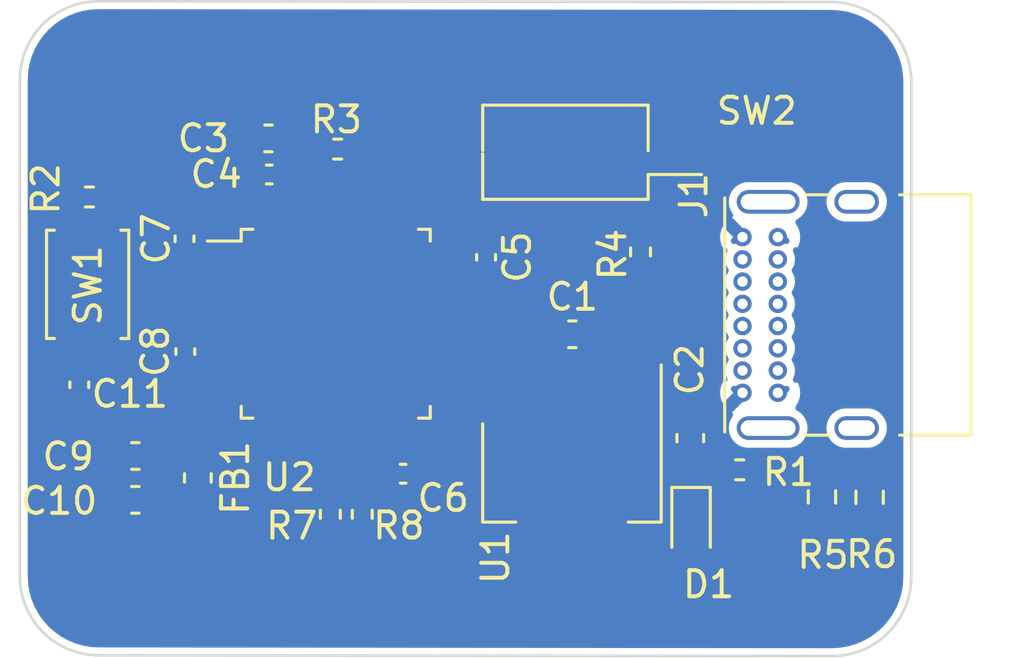
<source format=kicad_pcb>
(kicad_pcb (version 20211014) (generator pcbnew)
  (layers (0 "F.Cu" signal) (31 "B.Cu" signal) (34 "B.Paste" user) (35 "F.Paste" user) (36 "B.SilkS" user "B.Silkscreen") (37 "F.SilkS" user "F.Silkscreen") (38 "B.Mask" user) (39 "F.Mask" user) (44 "Edge.Cuts" user))
  (net 0 "")
  (net 1 "VBUS")
  (net 2 "GND")
  (net 3 "+3V3")
  (net 4 "+3.3VA")
  (net 5 "/NRST")
  (net 6 "/PWR_LED_C")
  (net 7 "Net-(J1-PadA5)")
  (net 8 "/USB_D+")
  (net 9 "/USB_D-")
  (net 11 "Net-(J1-PadB5)")
  (net 14 "Net-(R2-Pad2)")
  (net 15 "Net-(R3-Pad2)")
  (net 23 "/UART_TX")
  (net 24 "/UART_RX")
  (net 25 "/SPI_NSS")
  (net 26 "/SPI_SCK")
  (net 27 "/SPI_MISO")
  (net 28 "/SPI_MOSI")
  (net 32 "/I2C_SCL")
  (net 33 "/I2C_SDA")
  (footprint "Inductor_SMD:L_0603_1608Metric" (layer "F.Cu") (at 57.79 78.22 -90)
    (fp_text reference "FB1" (at 0 -1.43 90) (layer "F.SilkS"))
    (fp_text value "120R")
    (fp_line (start -0.162779 -0.51) (end 0.162779 -0.51) (layer "F.SilkS") (width 0.12))
    (fp_line (start -0.162779 0.51) (end 0.162779 0.51) (layer "F.SilkS") (width 0.12))
    (pad "1" smd roundrect (at -0.7875 0 270) (size 0.875 0.95) (layers "F.Cu" "F.Paste" "F.Mask") (net 4 "+3.3VA"))
    (pad "2" smd roundrect (at 0.7875 0 270) (size 0.875 0.95) (layers "F.Cu" "F.Paste" "F.Mask") (net 3 "+3V3"))
  )
  (footprint "Package_QFP:LQFP-48_7x7mm_P0.5mm" (layer "F.Cu") (at 63.0564 72.3252)
    (fp_text reference "U2" (at -1.7764 5.8748) (layer "F.SilkS"))
    (fp_text value "STM32F103C8T6")
    (fp_line (start 3.61 -3.61) (end 3.61 -3.16) (layer "F.SilkS") (width 0.12))
    (fp_line (start 3.61 3.61) (end 3.61 3.16) (layer "F.SilkS") (width 0.12))
    (fp_line (start -3.16 -3.61) (end -3.61 -3.61) (layer "F.SilkS") (width 0.12))
    (fp_line (start -3.16 3.61) (end -3.61 3.61) (layer "F.SilkS") (width 0.12))
    (fp_line (start 3.16 3.61) (end 3.61 3.61) (layer "F.SilkS") (width 0.12))
    (fp_line (start -3.61 3.61) (end -3.61 3.16) (layer "F.SilkS") (width 0.12))
    (fp_line (start 3.16 -3.61) (end 3.61 -3.61) (layer "F.SilkS") (width 0.12))
    (fp_line (start -3.61 -3.61) (end -3.61 -3.16) (layer "F.SilkS") (width 0.12))
    (fp_line (start -3.61 -3.16) (end -4.9 -3.16) (layer "F.SilkS") (width 0.12))
    (pad "1" smd roundrect (at -4.1625 -2.75) (size 1.475 0.3) (layers "F.Cu" "F.Paste" "F.Mask") (net 3 "+3V3"))
    (pad "2" smd roundrect (at -4.1625 -2.25) (size 1.475 0.3) (layers "F.Cu" "F.Paste" "F.Mask"))
    (pad "3" smd roundrect (at -4.1625 -1.75) (size 1.475 0.3) (layers "F.Cu" "F.Paste" "F.Mask"))
    (pad "4" smd roundrect (at -4.1625 -1.25) (size 1.475 0.3) (layers "F.Cu" "F.Paste" "F.Mask"))
    (pad "5" smd roundrect (at -4.1625 -0.75) (size 1.475 0.3) (layers "F.Cu" "F.Paste" "F.Mask"))
    (pad "6" smd roundrect (at -4.1625 -0.25) (size 1.475 0.3) (layers "F.Cu" "F.Paste" "F.Mask"))
    (pad "7" smd roundrect (at -4.1625 0.25) (size 1.475 0.3) (layers "F.Cu" "F.Paste" "F.Mask") (net 5 "/NRST"))
    (pad "8" smd roundrect (at -4.1625 0.75) (size 1.475 0.3) (layers "F.Cu" "F.Paste" "F.Mask") (net 2 "GND"))
    (pad "9" smd roundrect (at -4.1625 1.25) (size 1.475 0.3) (layers "F.Cu" "F.Paste" "F.Mask") (net 4 "+3.3VA"))
    (pad "10" smd roundrect (at -4.1625 1.75) (size 1.475 0.3) (layers "F.Cu" "F.Paste" "F.Mask"))
    (pad "11" smd roundrect (at -4.1625 2.25) (size 1.475 0.3) (layers "F.Cu" "F.Paste" "F.Mask"))
    (pad "12" smd roundrect (at -4.1625 2.75) (size 1.475 0.3) (layers "F.Cu" "F.Paste" "F.Mask") (net 23 "/UART_TX"))
    (pad "13" smd roundrect (at -2.75 4.1625) (size 0.3 1.475) (layers "F.Cu" "F.Paste" "F.Mask") (net 24 "/UART_RX"))
    (pad "14" smd roundrect (at -2.25 4.1625) (size 0.3 1.475) (layers "F.Cu" "F.Paste" "F.Mask") (net 25 "/SPI_NSS"))
    (pad "15" smd roundrect (at -1.75 4.1625) (size 0.3 1.475) (layers "F.Cu" "F.Paste" "F.Mask") (net 26 "/SPI_SCK"))
    (pad "16" smd roundrect (at -1.25 4.1625) (size 0.3 1.475) (layers "F.Cu" "F.Paste" "F.Mask") (net 27 "/SPI_MISO"))
    (pad "17" smd roundrect (at -0.75 4.1625) (size 0.3 1.475) (layers "F.Cu" "F.Paste" "F.Mask") (net 28 "/SPI_MOSI"))
    (pad "18" smd roundrect (at -0.25 4.1625) (size 0.3 1.475) (layers "F.Cu" "F.Paste" "F.Mask"))
    (pad "19" smd roundrect (at 0.25 4.1625) (size 0.3 1.475) (layers "F.Cu" "F.Paste" "F.Mask"))
    (pad "20" smd roundrect (at 0.75 4.1625) (size 0.3 1.475) (layers "F.Cu" "F.Paste" "F.Mask"))
    (pad "21" smd roundrect (at 1.25 4.1625) (size 0.3 1.475) (layers "F.Cu" "F.Paste" "F.Mask") (net 32 "/I2C_SCL"))
    (pad "22" smd roundrect (at 1.75 4.1625) (size 0.3 1.475) (layers "F.Cu" "F.Paste" "F.Mask") (net 33 "/I2C_SDA"))
    (pad "23" smd roundrect (at 2.25 4.1625) (size 0.3 1.475) (layers "F.Cu" "F.Paste" "F.Mask") (net 2 "GND"))
    (pad "24" smd roundrect (at 2.75 4.1625) (size 0.3 1.475) (layers "F.Cu" "F.Paste" "F.Mask") (net 3 "+3V3"))
    (pad "25" smd roundrect (at 4.1625 2.75) (size 1.475 0.3) (layers "F.Cu" "F.Paste" "F.Mask"))
    (pad "26" smd roundrect (at 4.1625 2.25) (size 1.475 0.3) (layers "F.Cu" "F.Paste" "F.Mask"))
    (pad "27" smd roundrect (at 4.1625 1.75) (size 1.475 0.3) (layers "F.Cu" "F.Paste" "F.Mask"))
    (pad "28" smd roundrect (at 4.1625 1.25) (size 1.475 0.3) (layers "F.Cu" "F.Paste" "F.Mask"))
    (pad "29" smd roundrect (at 4.1625 0.75) (size 1.475 0.3) (layers "F.Cu" "F.Paste" "F.Mask"))
    (pad "30" smd roundrect (at 4.1625 0.25) (size 1.475 0.3) (layers "F.Cu" "F.Paste" "F.Mask"))
    (pad "31" smd roundrect (at 4.1625 -0.25) (size 1.475 0.3) (layers "F.Cu" "F.Paste" "F.Mask"))
    (pad "32" smd roundrect (at 4.1625 -0.75) (size 1.475 0.3) (layers "F.Cu" "F.Paste" "F.Mask") (net 9 "/USB_D-"))
    (pad "33" smd roundrect (at 4.1625 -1.25) (size 1.475 0.3) (layers "F.Cu" "F.Paste" "F.Mask") (net 8 "/USB_D+"))
    (pad "34" smd roundrect (at 4.1625 -1.75) (size 1.475 0.3) (layers "F.Cu" "F.Paste" "F.Mask"))
    (pad "35" smd roundrect (at 4.1625 -2.25) (size 1.475 0.3) (layers "F.Cu" "F.Paste" "F.Mask") (net 2 "GND"))
    (pad "36" smd roundrect (at 4.1625 -2.75) (size 1.475 0.3) (layers "F.Cu" "F.Paste" "F.Mask") (net 3 "+3V3"))
    (pad "37" smd roundrect (at 2.75 -4.1625) (size 0.3 1.475) (layers "F.Cu" "F.Paste" "F.Mask"))
    (pad "38" smd roundrect (at 2.25 -4.1625) (size 0.3 1.475) (layers "F.Cu" "F.Paste" "F.Mask"))
    (pad "39" smd roundrect (at 1.75 -4.1625) (size 0.3 1.475) (layers "F.Cu" "F.Paste" "F.Mask"))
    (pad "40" smd roundrect (at 1.25 -4.1625) (size 0.3 1.475) (layers "F.Cu" "F.Paste" "F.Mask"))
    (pad "41" smd roundrect (at 0.75 -4.1625) (size 0.3 1.475) (layers "F.Cu" "F.Paste" "F.Mask"))
    (pad "42" smd roundrect (at 0.25 -4.1625) (size 0.3 1.475) (layers "F.Cu" "F.Paste" "F.Mask"))
    (pad "43" smd roundrect (at -0.25 -4.1625) (size 0.3 1.475) (layers "F.Cu" "F.Paste" "F.Mask"))
    (pad "44" smd roundrect (at -0.75 -4.1625) (size 0.3 1.475) (layers "F.Cu" "F.Paste" "F.Mask") (net 15 "Net-(R3-Pad2)"))
    (pad "45" smd roundrect (at -1.25 -4.1625) (size 0.3 1.475) (layers "F.Cu" "F.Paste" "F.Mask"))
    (pad "46" smd roundrect (at -1.75 -4.1625) (size 0.3 1.475) (layers "F.Cu" "F.Paste" "F.Mask"))
    (pad "47" smd roundrect (at -2.25 -4.1625) (size 0.3 1.475) (layers "F.Cu" "F.Paste" "F.Mask") (net 2 "GND"))
    (pad "48" smd roundrect (at -2.75 -4.1625) (size 0.3 1.475) (layers "F.Cu" "F.Paste" "F.Mask") (net 3 "+3V3"))
  )
  (footprint "Resistor_SMD:R_0603_1608Metric" (layer "F.Cu") (at 83.45 78.96 90)
    (fp_text reference "R6" (at -2.18 0.08 180) (layer "F.SilkS"))
    (fp_text value "5k1")
    (fp_line (start -0.237258 -0.5225) (end 0.237258 -0.5225) (layer "F.SilkS") (width 0.12))
    (fp_line (start -0.237258 0.5225) (end 0.237258 0.5225) (layer "F.SilkS") (width 0.12))
    (pad "1" smd roundrect (at -0.825 0 90) (size 0.8 0.95) (layers "F.Cu" "F.Paste" "F.Mask") (net 2 "GND"))
    (pad "2" smd roundrect (at 0.825 0 90) (size 0.8 0.95) (layers "F.Cu" "F.Paste" "F.Mask") (net 11 "Net-(J1-PadB5)"))
  )
  (footprint "Capacitor_SMD:C_0603_1608Metric" (layer "F.Cu") (at 55.4024 79.0583 180)
    (fp_text reference "C10" (at 2.915 -0.0436) (layer "F.SilkS"))
    (fp_text value "1u")
    (fp_line (start -0.14058 0.51) (end 0.14058 0.51) (layer "F.SilkS") (width 0.12))
    (fp_line (start -0.14058 -0.51) (end 0.14058 -0.51) (layer "F.SilkS") (width 0.12))
    (pad "1" smd roundrect (at -0.775 0 180) (size 0.9 0.95) (layers "F.Cu" "F.Paste" "F.Mask") (net 3 "+3V3"))
    (pad "2" smd roundrect (at 0.775 0 180) (size 0.9 0.95) (layers "F.Cu" "F.Paste" "F.Mask") (net 2 "GND"))
  )
  (footprint "Capacitor_SMD:C_0402_1005Metric" (layer "F.Cu") (at 65.63 78.06 180)
    (fp_text reference "C6" (at -1.53 -0.93) (layer "F.SilkS"))
    (fp_text value "100n")
    (fp_line (start -0.107836 0.36) (end 0.107836 0.36) (layer "F.SilkS") (width 0.12))
    (fp_line (start -0.107836 -0.36) (end 0.107836 -0.36) (layer "F.SilkS") (width 0.12))
    (pad "1" smd roundrect (at -0.48 0 180) (size 0.56 0.62) (layers "F.Cu" "F.Paste" "F.Mask") (net 3 "+3V3"))
    (pad "2" smd roundrect (at 0.48 0 180) (size 0.56 0.62) (layers "F.Cu" "F.Paste" "F.Mask") (net 2 "GND"))
  )
  (footprint "Connector_USB:USB_C_Receptacle_GCT_USB4085" (layer "F.Cu") (at 78.595 74.965 90)
    (fp_text reference "J1" (at 7.535 -1.865 90) (layer "F.SilkS"))
    (fp_text value "USB_C_Receptacle_USB2.0")
    (fp_line (start -1.5 -0.68) (end 7.45 -0.68) (layer "F.SilkS") (width 0.12))
    (fp_line (start -1.62 8.73) (end 7.57 8.73) (layer "F.SilkS") (width 0.12))
    (fp_line (start -1.62 6) (end -1.62 8.73) (layer "F.SilkS") (width 0.12))
    (fp_line (start 7.57 6) (end 7.57 8.73) (layer "F.SilkS") (width 0.12))
    (fp_line (start 7.57 2.4) (end 7.57 3.3) (layer "F.SilkS") (width 0.12))
    (fp_line (start -1.62 2.4) (end -1.62 3.3) (layer "F.SilkS") (width 0.12))
    (pad "A1" thru_hole circle (at 0 0 90) (size 0.7 0.7) (drill 0.4) (layers *.Cu *.Mask) (net 2 "GND"))
    (pad "A4" thru_hole circle (at 0.85 0 90) (size 0.7 0.7) (drill 0.4) (layers *.Cu *.Mask) (net 1 "VBUS"))
    (pad "A5" thru_hole circle (at 1.7 0 90) (size 0.7 0.7) (drill 0.4) (layers *.Cu *.Mask) (net 7 "Net-(J1-PadA5)"))
    (pad "A6" thru_hole circle (at 2.55 0 90) (size 0.7 0.7) (drill 0.4) (layers *.Cu *.Mask) (net 8 "/USB_D+"))
    (pad "A7" thru_hole circle (at 3.4 0 90) (size 0.7 0.7) (drill 0.4) (layers *.Cu *.Mask) (net 9 "/USB_D-"))
    (pad "A8" thru_hole circle (at 4.25 0 90) (size 0.7 0.7) (drill 0.4) (layers *.Cu *.Mask))
    (pad "A9" thru_hole circle (at 5.1 0 90) (size 0.7 0.7) (drill 0.4) (layers *.Cu *.Mask) (net 1 "VBUS"))
    (pad "A12" thru_hole circle (at 5.95 0 90) (size 0.7 0.7) (drill 0.4) (layers *.Cu *.Mask) (net 2 "GND"))
    (pad "B1" thru_hole circle (at 5.95 1.35 90) (size 0.7 0.7) (drill 0.4) (layers *.Cu *.Mask) (net 2 "GND"))
    (pad "B4" thru_hole circle (at 5.1 1.35 90) (size 0.7 0.7) (drill 0.4) (layers *.Cu *.Mask) (net 1 "VBUS"))
    (pad "B5" thru_hole circle (at 4.25 1.35 90) (size 0.7 0.7) (drill 0.4) (layers *.Cu *.Mask) (net 11 "Net-(J1-PadB5)"))
    (pad "B6" thru_hole circle (at 3.4 1.35 90) (size 0.7 0.7) (drill 0.4) (layers *.Cu *.Mask) (net 8 "/USB_D+"))
    (pad "B7" thru_hole circle (at 2.55 1.35 90) (size 0.7 0.7) (drill 0.4) (layers *.Cu *.Mask) (net 9 "/USB_D-"))
    (pad "B8" thru_hole circle (at 1.7 1.35 90) (size 0.7 0.7) (drill 0.4) (layers *.Cu *.Mask))
    (pad "B9" thru_hole circle (at 0.85 1.35 90) (size 0.7 0.7) (drill 0.4) (layers *.Cu *.Mask) (net 1 "VBUS"))
    (pad "B12" thru_hole circle (at 0 1.35 90) (size 0.7 0.7) (drill 0.4) (layers *.Cu *.Mask) (net 2 "GND"))
    (pad "S1" thru_hole oval (at 7.3 4.36 90) (size 0.9 1.7) (drill oval 0.6 1.4) (layers *.Cu *.Mask))
    (pad "S1" thru_hole oval (at 7.3 0.98 90) (size 0.9 2.4) (drill oval 0.6 2.1) (layers *.Cu *.Mask))
    (pad "S1" thru_hole oval (at -1.35 0.98 90) (size 0.9 2.4) (drill oval 0.6 2.1) (layers *.Cu *.Mask))
    (pad "S1" thru_hole oval (at -1.35 4.36 90) (size 0.9 1.7) (drill oval 0.6 1.4) (layers *.Cu *.Mask))
  )
  (footprint "Capacitor_SMD:C_0402_1005Metric" (layer "F.Cu") (at 60.5164 66.62)
    (fp_text reference "C4" (at -2.0264 -0.01) (layer "F.SilkS"))
    (fp_text value "100n")
    (fp_line (start -0.107836 -0.36) (end 0.107836 -0.36) (layer "F.SilkS") (width 0.12))
    (fp_line (start -0.107836 0.36) (end 0.107836 0.36) (layer "F.SilkS") (width 0.12))
    (pad "1" smd roundrect (at -0.48 0) (size 0.56 0.62) (layers "F.Cu" "F.Paste" "F.Mask") (net 3 "+3V3"))
    (pad "2" smd roundrect (at 0.48 0) (size 0.56 0.62) (layers "F.Cu" "F.Paste" "F.Mask") (net 2 "GND"))
  )
  (footprint "Resistor_SMD:R_0402_1005Metric" (layer "F.Cu") (at 62.85 79.61 -90)
    (fp_text reference "R7" (at 0.4436 1.4732 180) (layer "F.SilkS"))
    (fp_text value "1k5")
    (fp_line (start -0.153641 -0.38) (end 0.153641 -0.38) (layer "F.SilkS") (width 0.12))
    (fp_line (start -0.153641 0.38) (end 0.153641 0.38) (layer "F.SilkS") (width 0.12))
    (pad "1" smd roundrect (at -0.51 0 270) (size 0.54 0.64) (layers "F.Cu" "F.Paste" "F.Mask") (net 32 "/I2C_SCL"))
    (pad "2" smd roundrect (at 0.51 0 270) (size 0.54 0.64) (layers "F.Cu" "F.Paste" "F.Mask") (net 3 "+3V3"))
  )
  (footprint "Resistor_SMD:R_0402_1005Metric" (layer "F.Cu") (at 74.7 69.58 -90)
    (fp_text reference "R4" (at 0.1016 1.0668 -90) (layer "F.SilkS"))
    (fp_text value "1k5")
    (fp_line (start -0.153641 0.38) (end 0.153641 0.38) (layer "F.SilkS") (width 0.12))
    (fp_line (start -0.153641 -0.38) (end 0.153641 -0.38) (layer "F.SilkS") (width 0.12))
    (pad "1" smd roundrect (at -0.51 0 270) (size 0.54 0.64) (layers "F.Cu" "F.Paste" "F.Mask") (net 3 "+3V3"))
    (pad "2" smd roundrect (at 0.51 0 270) (size 0.54 0.64) (layers "F.Cu" "F.Paste" "F.Mask") (net 8 "/USB_D+"))
  )
  (footprint "Capacitor_SMD:C_0603_1608Metric" (layer "F.Cu") (at 76.6 76.7 90)
    (fp_text reference "C2" (at 2.62 -0.02 90) (layer "F.SilkS"))
    (fp_text value "1u")
    (fp_line (start -0.14058 -0.51) (end 0.14058 -0.51) (layer "F.SilkS") (width 0.12))
    (fp_line (start -0.14058 0.51) (end 0.14058 0.51) (layer "F.SilkS") (width 0.12))
    (pad "1" smd roundrect (at -0.775 0 90) (size 0.9 0.95) (layers "F.Cu" "F.Paste" "F.Mask") (net 3 "+3V3"))
    (pad "2" smd roundrect (at 0.775 0 90) (size 0.9 0.95) (layers "F.Cu" "F.Paste" "F.Mask") (net 2 "GND"))
  )
  (footprint "Resistor_SMD:R_0402_1005Metric" (layer "F.Cu") (at 64.0692 79.61 -90)
    (fp_text reference "R8" (at 0.4336 -1.3976) (layer "F.SilkS"))
    (fp_text value "1k5")
    (fp_line (start -0.153641 0.38) (end 0.153641 0.38) (layer "F.SilkS") (width 0.12))
    (fp_line (start -0.153641 -0.38) (end 0.153641 -0.38) (layer "F.SilkS") (width 0.12))
    (pad "1" smd roundrect (at -0.51 0 270) (size 0.54 0.64) (layers "F.Cu" "F.Paste" "F.Mask") (net 33 "/I2C_SDA"))
    (pad "2" smd roundrect (at 0.51 0 270) (size 0.54 0.64) (layers "F.Cu" "F.Paste" "F.Mask") (net 3 "+3V3"))
  )
  (footprint "Resistor_SMD:R_0402_1005Metric" (layer "F.Cu") (at 78.49 77.91 180)
    (fp_text reference "R1" (at -1.86 -0.09) (layer "F.SilkS"))
    (fp_text value "1k5")
    (fp_line (start -0.153641 -0.38) (end 0.153641 -0.38) (layer "F.SilkS") (width 0.12))
    (fp_line (start -0.153641 0.38) (end 0.153641 0.38) (layer "F.SilkS") (width 0.12))
    (pad "1" smd roundrect (at -0.51 0 180) (size 0.54 0.64) (layers "F.Cu" "F.Paste" "F.Mask") (net 2 "GND"))
    (pad "2" smd roundrect (at 0.51 0 180) (size 0.54 0.64) (layers "F.Cu" "F.Paste" "F.Mask") (net 6 "/PWR_LED_C"))
  )
  (footprint "Capacitor_SMD:C_0402_1005Metric" (layer "F.Cu") (at 57.28 69.08 90)
    (fp_text reference "C7" (at 0 -1.0896 90) (layer "F.SilkS"))
    (fp_text value "100n")
    (fp_line (start -0.107836 -0.36) (end 0.107836 -0.36) (layer "F.SilkS") (width 0.12))
    (fp_line (start -0.107836 0.36) (end 0.107836 0.36) (layer "F.SilkS") (width 0.12))
    (pad "1" smd roundrect (at -0.48 0 90) (size 0.56 0.62) (layers "F.Cu" "F.Paste" "F.Mask") (net 3 "+3V3"))
    (pad "2" smd roundrect (at 0.48 0 90) (size 0.56 0.62) (layers "F.Cu" "F.Paste" "F.Mask") (net 2 "GND"))
  )
  (footprint "Package_TO_SOT_SMD:SOT-223-3_TabPin2" (layer "F.Cu") (at 72.08 78 -90)
    (fp_text reference "U1" (at 3.274 2.924 90) (layer "F.SilkS"))
    (fp_text value "TLV1117-33")
    (fp_line (start 1.91 -3.41) (end 1.91 -2.15) (layer "F.SilkS") (width 0.12))
    (fp_line (start -1.85 3.41) (end 1.91 3.41) (layer "F.SilkS") (width 0.12))
    (fp_line (start -4.1 -3.41) (end 1.91 -3.41) (layer "F.SilkS") (width 0.12))
    (fp_line (start 1.91 3.41) (end 1.91 2.15) (layer "F.SilkS") (width 0.12))
    (pad "1" smd rect (at -3.15 -2.3 270) (size 2 1.5) (layers "F.Cu" "F.Paste" "F.Mask") (net 2 "GND"))
    (pad "2" smd rect (at 3.15 0 270) (size 2 3.8) (layers "F.Cu" "F.Paste" "F.Mask") (net 3 "+3V3"))
    (pad "2" smd rect (at -3.15 0 270) (size 2 1.5) (layers "F.Cu" "F.Paste" "F.Mask") (net 3 "+3V3"))
    (pad "3" smd rect (at -3.15 2.3 270) (size 2 1.5) (layers "F.Cu" "F.Paste" "F.Mask") (net 1 "VBUS"))
  )
  (footprint "Capacitor_SMD:C_0603_1608Metric" (layer "F.Cu") (at 60.485 65.24)
    (fp_text reference "C3" (at -2.485 0) (layer "F.SilkS"))
    (fp_text value "10u")
    (fp_line (start -0.14058 0.51) (end 0.14058 0.51) (layer "F.SilkS") (width 0.12))
    (fp_line (start -0.14058 -0.51) (end 0.14058 -0.51) (layer "F.SilkS") (width 0.12))
    (pad "1" smd roundrect (at -0.775 0) (size 0.9 0.95) (layers "F.Cu" "F.Paste" "F.Mask") (net 3 "+3V3"))
    (pad "2" smd roundrect (at 0.775 0) (size 0.9 0.95) (layers "F.Cu" "F.Paste" "F.Mask") (net 2 "GND"))
  )
  (footprint "Capacitor_SMD:C_0402_1005Metric" (layer "F.Cu") (at 68.8 69.7852 -90)
    (fp_text reference "C5" (at -0.0052 -1.1864 -90) (layer "F.SilkS"))
    (fp_text value "100n")
    (fp_line (start -0.107836 -0.36) (end 0.107836 -0.36) (layer "F.SilkS") (width 0.12))
    (fp_line (start -0.107836 0.36) (end 0.107836 0.36) (layer "F.SilkS") (width 0.12))
    (pad "1" smd roundrect (at -0.48 0 270) (size 0.56 0.62) (layers "F.Cu" "F.Paste" "F.Mask") (net 3 "+3V3"))
    (pad "2" smd roundrect (at 0.48 0 270) (size 0.56 0.62) (layers "F.Cu" "F.Paste" "F.Mask") (net 2 "GND"))
  )
  (footprint "Capacitor_SMD:C_0603_1608Metric" (layer "F.Cu") (at 55.4024 77.3819 180)
    (fp_text reference "C9" (at 2.565 -0.02) (layer "F.SilkS"))
    (fp_text value "1u")
    (fp_line (start -0.14058 0.51) (end 0.14058 0.51) (layer "F.SilkS") (width 0.12))
    (fp_line (start -0.14058 -0.51) (end 0.14058 -0.51) (layer "F.SilkS") (width 0.12))
    (pad "1" smd roundrect (at -0.775 0 180) (size 0.9 0.95) (layers "F.Cu" "F.Paste" "F.Mask") (net 4 "+3.3VA"))
    (pad "2" smd roundrect (at 0.775 0 180) (size 0.9 0.95) (layers "F.Cu" "F.Paste" "F.Mask") (net 2 "GND"))
  )
  (footprint "Resistor_SMD:R_0402_1005Metric" (layer "F.Cu") (at 63.13 65.65)
    (fp_text reference "R3" (at -0.05 -1.13 180) (layer "F.SilkS"))
    (fp_text value "10k")
    (fp_line (start -0.153641 0.38) (end 0.153641 0.38) (layer "F.SilkS") (width 0.12))
    (fp_line (start -0.153641 -0.38) (end 0.153641 -0.38) (layer "F.SilkS") (width 0.12))
    (pad "1" smd roundrect (at -0.51 0) (size 0.54 0.64) (layers "F.Cu" "F.Paste" "F.Mask") (net 2 "GND"))
    (pad "2" smd roundrect (at 0.51 0) (size 0.54 0.64) (layers "F.Cu" "F.Paste" "F.Mask") (net 15 "Net-(R3-Pad2)"))
  )
  (footprint "Capacitor_SMD:C_0603_1608Metric" (layer "F.Cu") (at 72.095 72.73)
    (fp_text reference "C1" (at 0 -1.43) (layer "F.SilkS"))
    (fp_text value "1u")
    (fp_line (start -0.14058 0.51) (end 0.14058 0.51) (layer "F.SilkS") (width 0.12))
    (fp_line (start -0.14058 -0.51) (end 0.14058 -0.51) (layer "F.SilkS") (width 0.12))
    (pad "1" smd roundrect (at -0.775 0) (size 0.9 0.95) (layers "F.Cu" "F.Paste" "F.Mask") (net 1 "VBUS"))
    (pad "2" smd roundrect (at 0.775 0) (size 0.9 0.95) (layers "F.Cu" "F.Paste" "F.Mask") (net 2 "GND"))
  )
  (footprint "LED_SMD:LED_0603_1608Metric" (layer "F.Cu") (at 76.63 80.07 -90)
    (fp_text reference "D1" (at 2.22 -0.67) (layer "F.SilkS"))
    (fp_text value "LED")
    (fp_line (start -1.485 -0.735) (end -1.485 0.735) (layer "F.SilkS") (width 0.12))
    (fp_line (start -1.485 0.735) (end 0.8 0.735) (layer "F.SilkS") (width 0.12))
    (fp_line (start 0.8 -0.735) (end -1.485 -0.735) (layer "F.SilkS") (width 0.12))
    (pad "1" smd roundrect (at -0.7875 0 270) (size 0.875 0.95) (layers "F.Cu" "F.Paste" "F.Mask") (net 6 "/PWR_LED_C"))
    (pad "2" smd roundrect (at 0.7875 0 270) (size 0.875 0.95) (layers "F.Cu" "F.Paste" "F.Mask") (net 3 "+3V3"))
  )
  (footprint "Resistor_SMD:R_0402_1005Metric" (layer "F.Cu") (at 53.65 67.48 180)
    (fp_text reference "R2" (at 1.67 0.31 90) (layer "F.SilkS"))
    (fp_text value "100k")
    (fp_line (start -0.153641 0.38) (end 0.153641 0.38) (layer "F.SilkS") (width 0.12))
    (fp_line (start -0.153641 -0.38) (end 0.153641 -0.38) (layer "F.SilkS") (width 0.12))
    (pad "1" smd roundrect (at -0.51 0 180) (size 0.54 0.64) (layers "F.Cu" "F.Paste" "F.Mask") (net 3 "+3V3"))
    (pad "2" smd roundrect (at 0.51 0 180) (size 0.54 0.64) (layers "F.Cu" "F.Paste" "F.Mask") (net 14 "Net-(R2-Pad2)"))
  )
  (footprint "Button_Switch_SMD:SW_DIP_SPSTx01_Slide_Omron_A6S-110x_W8.9mm_P2.54mm" (layer "F.Cu") (at 71.83 65.77 180)
    (fp_text reference "SW2" (at -7.31 1.58) (layer "F.SilkS"))
    (fp_text value "SW_Push")
    (fp_line (start -3.16 -1.8) (end -3.16 -0.851) (layer "F.SilkS") (width 0.12))
    (fp_line (start -3.16 0.061) (end -3.16 1.8) (layer "F.SilkS") (width 0.12))
    (fp_line (start 3.16 -1.8) (end 3.16 -0.061) (layer "F.SilkS") (width 0.12))
    (fp_line (start -3.16 -1.8) (end 3.16 -1.8) (layer "F.SilkS") (width 0.12))
    (fp_line (start -3.16 1.8) (end 3.16 1.8) (layer "F.SilkS") (width 0.12))
    (fp_line (start -5.2 -0.851) (end -3.16 -0.851) (layer "F.SilkS") (width 0.12))
    (fp_line (start 3.16 0.061) (end 3.16 1.8) (layer "F.SilkS") (width 0.12))
    (pad "1" smd rect (at -4.45 0 180) (size 1.5 1.1) (layers "F.Cu" "F.Paste" "F.Mask") (net 3 "+3V3"))
    (pad "2" smd rect (at 4.45 0 180) (size 1.5 1.1) (layers "F.Cu" "F.Paste" "F.Mask") (net 15 "Net-(R3-Pad2)"))
  )
  (footprint "Capacitor_SMD:C_0402_1005Metric" (layer "F.Cu") (at 53.26 74.66 -90)
    (fp_text reference "C11" (at 0.35 -1.93 180) (layer "F.SilkS"))
    (fp_text value "100n")
    (fp_line (start -0.107836 0.36) (end 0.107836 0.36) (layer "F.SilkS") (width 0.12))
    (fp_line (start -0.107836 -0.36) (end 0.107836 -0.36) (layer "F.SilkS") (width 0.12))
    (pad "1" smd roundrect (at -0.48 0 270) (size 0.56 0.62) (layers "F.Cu" "F.Paste" "F.Mask") (net 5 "/NRST"))
    (pad "2" smd roundrect (at 0.48 0 270) (size 0.56 0.62) (layers "F.Cu" "F.Paste" "F.Mask") (net 2 "GND"))
  )
  (footprint "Capacitor_SMD:C_0402_1005Metric" (layer "F.Cu") (at 57.31 73.39 90)
    (fp_text reference "C8" (at 0.01 -1.15 270) (layer "F.SilkS"))
    (fp_text value "10n")
    (fp_line (start -0.107836 -0.36) (end 0.107836 -0.36) (layer "F.SilkS") (width 0.12))
    (fp_line (start -0.107836 0.36) (end 0.107836 0.36) (layer "F.SilkS") (width 0.12))
    (pad "1" smd roundrect (at -0.48 0 90) (size 0.56 0.62) (layers "F.Cu" "F.Paste" "F.Mask") (net 4 "+3.3VA"))
    (pad "2" smd roundrect (at 0.48 0 90) (size 0.56 0.62) (layers "F.Cu" "F.Paste" "F.Mask") (net 2 "GND"))
  )
  (footprint "Button_Switch_SMD:SW_Push_SPST_NO_Alps_SKRK" (layer "F.Cu") (at 53.58 70.82 -90)
    (fp_text reference "SW1" (at 0.04 -0.01 90) (layer "F.SilkS"))
    (fp_text value "SW_Push")
    (fp_line (start -2.07 -1.27) (end -2.07 -1.57) (layer "F.SilkS") (width 0.12))
    (fp_line (start -2.07 1.57) (end -2.07 1.27) (layer "F.SilkS") (width 0.12))
    (fp_line (start 2.07 1.57) (end -2.07 1.57) (layer "F.SilkS") (width 0.12))
    (fp_line (start -2.07 -1.57) (end 2.07 -1.57) (layer "F.SilkS") (width 0.12))
    (fp_line (start 2.07 1.27) (end 2.07 1.57) (layer "F.SilkS") (width 0.12))
    (fp_line (start 2.07 -1.57) (end 2.07 -1.27) (layer "F.SilkS") (width 0.12))
    (pad "1" smd roundrect (at -2.1 0 270) (size 0.8 2) (layers "F.Cu" "F.Paste" "F.Mask") (net 14 "Net-(R2-Pad2)"))
    (pad "2" smd roundrect (at 2.1 0 270) (size 0.8 2) (layers "F.Cu" "F.Paste" "F.Mask") (net 5 "/NRST"))
  )
  (footprint "Resistor_SMD:R_0603_1608Metric" (layer "F.Cu") (at 81.63 78.945 -90)
    (fp_text reference "R5" (at 2.225 -0.04 180) (layer "F.SilkS"))
    (fp_text value "5k1")
    (fp_line (start -0.237258 0.5225) (end 0.237258 0.5225) (layer "F.SilkS") (width 0.12))
    (fp_line (start -0.237258 -0.5225) (end 0.237258 -0.5225) (layer "F.SilkS") (width 0.12))
    (pad "1" smd roundrect (at -0.825 0 270) (size 0.8 0.95) (layers "F.Cu" "F.Paste" "F.Mask") (net 7 "Net-(J1-PadA5)"))
    (pad "2" smd roundrect (at 0.825 0 270) (size 0.8 0.95) (layers "F.Cu" "F.Paste" "F.Mask") (net 2 "GND"))
  )
  (gr_arc (start 54.01 85) (mid 51.881597 84.122526) (end 50.99 82) (layer "Edge.Cuts") (width 0.1))
  (gr_arc (start 50.99 63) (mid 51.872217 60.875141) (end 54 60) (layer "Edge.Cuts") (width 0.1))
  (gr_line (start 54 60) (end 82.02 60.03) (layer "Edge.Cuts") (width 0.1))
  (gr_line (start 85.04 82) (end 85.04 63) (layer "Edge.Cuts") (width 0.1))
  (gr_line (start 50.99 82) (end 50.99 63) (layer "Edge.Cuts") (width 0.1))
  (gr_arc (start 85.04 82) (mid 84.159605 84.135482) (end 82.03 85.03) (layer "Edge.Cuts") (width 0.1))
  (gr_arc (start 82.02 60.03) (mid 84.129067 60.905847) (end 85.04 63) (layer "Edge.Cuts") (width 0.1))
  (gr_line (start 54.01 85) (end 82.03 85.03) (layer "Edge.Cuts") (width 0.1))
  (segment (start 58.8939 73.0752) (end 57.957378 73.0752) (width 0.3) (layer "F.Cu") (net 2))
  (segment (start 65.15 77.481961) (end 65.15 78.06) (width 0.3) (layer "F.Cu") (net 2))
  (segment (start 60.80688 68.16222) (end 60.80688 67.324359) (width 0.3) (layer "F.Cu") (net 2))
  (segment (start 57.957378 73.0752) (end 57.881889 72.999711) (width 0.3) (layer "F.Cu") (net 2))
  (segment (start 61.26 66.3564) (end 60.9964 66.62) (width 0.3) (layer "F.Cu") (net 2))
  (segment (start 57.31895 72.90105) (end 57.31 72.91) (width 0.3) (layer "F.Cu") (net 2))
  (segment (start 60.8064 68.1627) (end 60.80688 68.16222) (width 0.3) (layer "F.Cu") (net 2))
  (segment (start 61.27 65.25) (end 61.26 65.24) (width 0.3) (layer "F.Cu") (net 2))
  (segment (start 60.9964 66.62) (end 61.07 66.62) (width 0.3) (layer "F.Cu") (net 2))
  (segment (start 67.9748 70.0752) (end 67.98 70.07) (width 0.3) (layer "F.Cu") (net 2))
  (segment (start 60.80688 67.324359) (end 60.9964 67.134839) (width 0.3) (layer "F.Cu") (net 2))
  (segment (start 65.30592 77.326041) (end 65.15 77.481961) (width 0.3) (layer "F.Cu") (net 2))
  (segment (start 67.98 70.07) (end 68.051561 70.07) (width 0.3) (layer "F.Cu") (net 2))
  (segment (start 65.30592 76.48818) (end 65.30592 77.326041) (width 0.3) (layer "F.Cu") (net 2))
  (segment (start 68.051561 70.07) (end 68.246761 70.2652) (width 0.3) (layer "F.Cu") (net 2))
  (segment (start 60.9964 67.134839) (end 60.9964 66.62) (width 0.3) (layer "F.Cu") (net 2))
  (segment (start 68.246761 70.2652) (end 68.8 70.2652) (width 0.3) (layer "F.Cu") (net 2))
  (segment (start 57.881889 72.90105) (end 57.31895 72.90105) (width 0.3) (layer "F.Cu") (net 2))
  (segment (start 67.2189 70.0752) (end 67.9748 70.0752) (width 0.3) (layer "F.Cu") (net 2))
  (segment (start 61.26 65.24) (end 61.26 66.3564) (width 0.3) (layer "F.Cu") (net 2))
  (segment (start 65.3064 76.4877) (end 65.30592 76.48818) (width 0.3) (layer "F.Cu") (net 2))
  (segment (start 57.881889 72.999711) (end 57.881889 72.90105) (width 0.3) (layer "F.Cu") (net 2))
  (segment (start 68.1748 69.3052) (end 68.8 69.3052) (width 0.3) (layer "F.Cu") (net 3))
  (segment (start 60.3064 68.1627) (end 60.3064 67.5064) (width 0.3) (layer "F.Cu") (net 3))
  (segment (start 66.11 77.54) (end 66.11 78.06) (width 0.3) (layer "F.Cu") (net 3))
  (segment (start 58.8939 69.5752) (end 57.2952 69.5752) (width 0.3) (layer "F.Cu") (net 3))
  (segment (start 59.71 66.2936) (end 60.0364 66.62) (width 0.5) (layer "F.Cu") (net 3))
  (segment (start 65.8064 76.4877) (end 65.8064 77.2364) (width 0.3) (layer "F.Cu") (net 3))
  (segment (start 59.71 65.24) (end 59.71 66.2936) (width 0.5) (layer "F.Cu") (net 3))
  (segment (start 67.909519 69.570481) (end 68.1748 69.3052) (width 0.3) (layer "F.Cu") (net 3))
  (segment (start 60.0364 67.2364) (end 60.0364 66.62) (width 0.3) (layer "F.Cu") (net 3))
  (segment (start 65.8064 77.2364) (end 66.11 77.54) (width 0.3) (layer "F.Cu") (net 3))
  (segment (start 67.2189 69.5752) (end 67.223619 69.570481) (width 0.3) (layer "F.Cu") (net 3))
  (segment (start 67.223619 69.570481) (end 67.909519 69.570481) (width 0.3) (layer "F.Cu") (net 3))
  (segment (start 60.3064 67.5064) (end 60.0364 67.2364) (width 0.3) (layer "F.Cu") (net 3))
  (segment (start 57.2952 69.5752) (end 57.28 69.56) (width 0.3) (layer "F.Cu") (net 3))
  (segment (start 58.056039 73.5752) (end 57.80688 73.824359) (width 0.3) (layer "F.Cu") (net 4))
  (segment (start 57.37 73.93) (end 57.31 73.87) (width 0.3) (layer "F.Cu") (net 4))
  (segment (start 58.8939 73.5752) (end 58.056039 73.5752) (width 0.3) (layer "F.Cu") (net 4))
  (segment (start 57.80688 73.93) (end 57.37 73.93) (width 0.3) (layer "F.Cu") (net 4))
  (segment (start 57.80688 73.824359) (end 57.80688 73.93) (width 0.3) (layer "F.Cu") (net 4))
  (segment (start 67.2189 71.0752) (end 67.243899 71.100199) (width 0.2) (layer "F.Cu") (net 8))
  (segment (start 67.2189 71.5752) (end 67.243899 71.550201) (width 0.2) (layer "F.Cu") (net 9))
  (zone (net 2) (net_name "GND") (layer "B.Cu") (connect_pads (clearance 0.3)) (min_thickness 0.25) (fill yes (thermal_gap 0.5) (thermal_bridge_width 0.5))
    (polygon (pts (xy 85.024117 85.12) (xy 50.904117 85.04) (xy 50.834117 59.98) (xy 85.094117 59.97)))
  )
)
</source>
